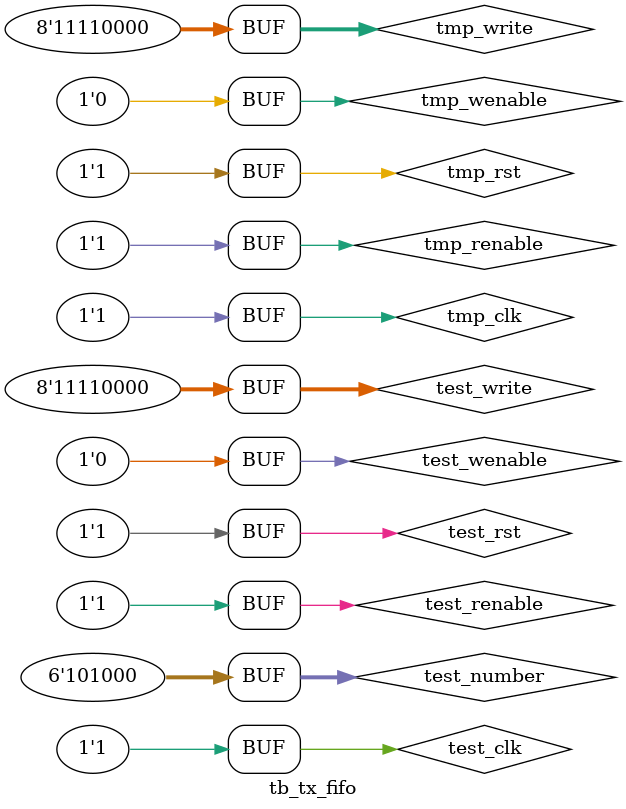
<source format=sv>
`timescale 1 ns/1 ns
module tb_tx_fifo
();

  wire test_rst;
  wire test_clk;
  wire test_renable;
  wire test_wenable;
  wire [7:0] test_write;
  wire [7:0] test_read;
  wire test_full;
  wire test_empty;

	`define NUM_TEST_CASES 40
	
	reg [5:0] test_number;
	reg tmp_renable;
  reg tmp_wenable;
  reg [7:0] tmp_write;
  reg tmp_rst;
  reg tmp_clk;
 
 

	tx_fifo DUT(.clk(test_clk), .n_rst(test_rst), .read_enable(test_renable), .read_data(test_read), .fifo_empty(test_empty), .fifo_full(test_full), .write_enable(test_wenable), .write_data(test_write));
	
	assign test_renable = tmp_renable;
  assign test_clk = tmp_clk;
  assign test_rst = tmp_rst;
  assign test_wenable = tmp_wenable;
  assign test_write = tmp_write;
 

always begin
 	tmp_clk <= 0;
 	#5ns;
 	tmp_clk <= 1;
  #5ns;
  end
  


initial
	begin
	  #0.5ns
		for(test_number = 0; test_number < `NUM_TEST_CASES; test_number = test_number + 1)
		begin
			if(test_number == 0 | test_number == 20)begin
			tmp_rst = 0;
			end else begin
      tmp_rst = 1;
      end
      
      if(test_number == 0 | test_number == 3 | test_number == 7  | test_number == 10 | test_number == 21 | test_number == 25 | test_number == 30 | test_number == 34 | test_number == 39)begin
			tmp_renable = 1;
			end else begin
      tmp_renable = 0;
      end

      if(test_number == 1 | test_number == 4 | test_number == 8  | test_number == 12  | test_number == 13  | test_number == 14  | test_number == 15  | test_number ==  16  | test_number == 17 | test_number == 18 | test_number == 19 | test_number == 23 )begin
			tmp_wenable = 1;
			end else begin
      tmp_wenable = 0;
      end
     
      if(test_number == 1) begin
      tmp_write = 8'b00000000;
      end else if(test_number == 3) begin
      tmp_write = 8'b00000001;
      end else if(test_number == 4) begin
      tmp_write = 8'b00000010;
      end else if(test_number == 8) begin
      tmp_write = 8'b00000100;
       end else if(test_number == 12) begin
      tmp_write = 8'b00001000;
       end else if(test_number == 16) begin
      tmp_write = 8'b00010000;
       end else if(test_number == 20) begin
      tmp_write = 8'b00100000;
       end else if(test_number == 24) begin
      tmp_write = 8'b01000000;
       end else if(test_number == 26) begin
      tmp_write = 8'b10000000;
        end else if(test_number == 29) begin
      tmp_write = 8'b11110011;
       end else begin
      tmp_write = 8'b11110000;
      end
       
			// wait to allow design to process input
			#10ns;
			
		end
	end
endmodule

</source>
